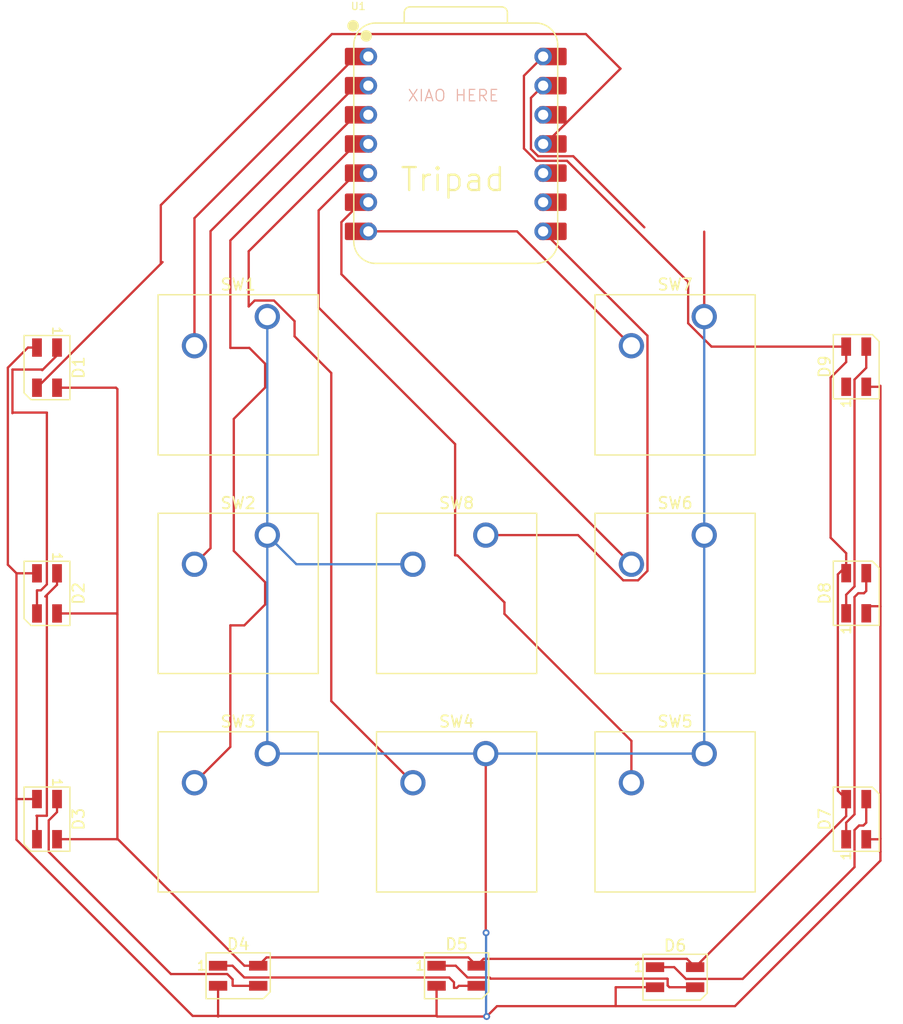
<source format=kicad_pcb>
(kicad_pcb (version 20241229) (generator "pcbnew") (generator_version "9.0")
  (layers (0 "F.Cu" signal) (2 "B.Cu" signal) (13 "F.Paste" user) (15 "B.Paste" user) (5 "F.SilkS" user "F.Silkscreen") (7 "B.SilkS" user "B.Silkscreen") (1 "F.Mask" user) (3 "B.Mask" user) (25 "Edge.Cuts" user))
  (net 0 "")
  (net 1 "GND")
  (net 2 "+5V")
  (net 3 "Net-(D1-DOUT)")
  (net 4 "Net-(D1-DIN)")
  (net 5 "Net-(D2-DOUT)")
  (net 6 "Net-(D3-DOUT)")
  (net 7 "Net-(D5-DOUT)")
  (net 8 "Net-(D7-DOUT)")
  (net 9 "Net-(D8-DOUT)")
  (net 10 "Net-(U1-GPIO26{slash}ADC0{slash}A0)")
  (net 11 "Net-(U1-GPIO27{slash}ADC1{slash}A1)")
  (net 12 "Net-(U1-GPIO28{slash}ADC2{slash}A2)")
  (net 13 "Net-(U1-GPIO29{slash}ADC3{slash}A3)")
  (net 14 "Net-(U1-GPIO6{slash}SDA)")
  (net 15 "Net-(U1-GPIO7{slash}SCL)")
  (net 16 "Net-(U1-GPIO0{slash}TX)")
  (net 17 "Net-(U1-GPIO1{slash}RX)")
  (net 21 "Net-(D4-DOUT)")
  (net 22 "Net-(D6-DOUT)")
  (footprint "Button_Switch_Keyboard:SW_Cherry_MX_1.00u_PCB" (layer "F.Cu") (at 81.12125 152.0825)
    (property "Reference" "SW3" (at -2.54 -2.794 0) (layer "F.SilkS"))
    (property "Value" "SW_Push")
    (fp_line (start -9.525 -1.905) (end 4.445 -1.905) (stroke (width 0.12)) (layer "F.SilkS"))
    (fp_line (start -9.525 12.065) (end -9.525 -1.905) (stroke (width 0.12)) (layer "F.SilkS"))
    (fp_line (start 4.445 -1.905) (end 4.445 12.065) (stroke (width 0.12)) (layer "F.SilkS"))
    (fp_line (start 4.445 12.065) (end -9.525 12.065) (stroke (width 0.12)) (layer "F.SilkS"))
    (pad "" np_thru_hole circle (at -7.62 5.08) (size 1.7 1.7) (drill 1.7) (layers "*.Cu" "*.Mask"))
    (pad "" np_thru_hole circle (at -2.54 5.08) (size 4 4) (drill 4) (layers "*.Cu" "*.Mask"))
    (pad "" np_thru_hole circle (at 2.54 5.08) (size 1.7 1.7) (drill 1.7) (layers "*.Cu" "*.Mask"))
    (pad "1" thru_hole circle (at 0 0) (size 2.2 2.2) (drill 1.5) (layers "*.Cu" "*.Mask") (net 1 "GND"))
    (pad "2" thru_hole circle (at -6.35 2.54) (size 2.2 2.2) (drill 1.5) (layers "*.Cu" "*.Mask") (net 12 "Net-(U1-GPIO28{slash}ADC2{slash}A2)"))
  )
  (footprint "Button_Switch_Keyboard:SW_Cherry_MX_1.00u_PCB" (layer "F.Cu") (at 100.17125 152.0825)
    (property "Reference" "SW4" (at -2.54 -2.794 0) (layer "F.SilkS"))
    (property "Value" "SW_Push")
    (fp_line (start -9.525 -1.905) (end 4.445 -1.905) (stroke (width 0.12)) (layer "F.SilkS"))
    (fp_line (start -9.525 12.065) (end -9.525 -1.905) (stroke (width 0.12)) (layer "F.SilkS"))
    (fp_line (start 4.445 -1.905) (end 4.445 12.065) (stroke (width 0.12)) (layer "F.SilkS"))
    (fp_line (start 4.445 12.065) (end -9.525 12.065) (stroke (width 0.12)) (layer "F.SilkS"))
    (pad "" np_thru_hole circle (at -7.62 5.08) (size 1.7 1.7) (drill 1.7) (layers "*.Cu" "*.Mask"))
    (pad "" np_thru_hole circle (at -2.54 5.08) (size 4 4) (drill 4) (layers "*.Cu" "*.Mask"))
    (pad "" np_thru_hole circle (at 2.54 5.08) (size 1.7 1.7) (drill 1.7) (layers "*.Cu" "*.Mask"))
    (pad "1" thru_hole circle (at 0 0) (size 2.2 2.2) (drill 1.5) (layers "*.Cu" "*.Mask") (net 1 "GND"))
    (pad "2" thru_hole circle (at -6.35 2.54) (size 2.2 2.2) (drill 1.5) (layers "*.Cu" "*.Mask") (net 13 "Net-(U1-GPIO29{slash}ADC3{slash}A3)"))
  )
  (footprint "LED_SMD:LED_SK6812MINI_PLCC4_3.5x3.5mm_P1.75mm" (layer "F.Cu") (at 97.63125 171.45)
    (property "Reference" "D5" (at 0 -2.75 0) (layer "F.SilkS"))
    (property "Value" "SK6812MINI")
    (fp_line (start -2.8 -2) (end -2.8 2) (stroke (width 0.12)) (layer "F.SilkS"))
    (fp_line (start -2.8 -2) (end 2.8 -2) (stroke (width 0.12)) (layer "F.SilkS"))
    (fp_line (start -2.8 2) (end 2.2 2) (stroke (width 0.12)) (layer "F.SilkS"))
    (fp_line (start 2.8 1.4) (end 2.2 2) (stroke (width 0.12)) (layer "F.SilkS"))
    (fp_line (start 2.8 1.4) (end 2.8 -2) (stroke (width 0.12)) (layer "F.SilkS"))
    (fp_text user "1" (at -3.2 -0.875 0) (layer "F.SilkS") (effects (font (size 0.8 0.8))))
    (pad "1" smd rect (at -1.75 -0.875) (size 1.6 0.85) (layers "F.Cu" "F.Mask" "F.Paste") (net 7 "Net-(D5-DOUT)"))
    (pad "2" smd rect (at -1.75 0.875) (size 1.6 0.85) (layers "F.Cu" "F.Mask" "F.Paste") (net 1 "GND"))
    (pad "3" smd rect (at 1.75 0.875) (size 1.6 0.85) (layers "F.Cu" "F.Mask" "F.Paste") (net 21 "Net-(D4-DOUT)"))
    (pad "4" smd rect (at 1.75 -0.875) (size 1.6 0.85) (layers "F.Cu" "F.Mask" "F.Paste") (net 2 "+5V"))
  )
  (footprint "LED_SMD:LED_SK6812MINI_PLCC4_3.5x3.5mm_P1.75mm" (layer "F.Cu") (at 132.475 138.1 90)
    (property "Reference" "D8" (at 0 -2.75 90) (layer "F.SilkS"))
    (property "Value" "SK6812MINI")
    (fp_line (start -2.8 -2) (end 2.8 -2) (stroke (width 0.12)) (layer "F.SilkS"))
    (fp_line (start -2.8 -2) (end -2.8 2) (stroke (width 0.12)) (layer "F.SilkS"))
    (fp_line (start 2.8 1.4) (end 2.8 -2) (stroke (width 0.12)) (layer "F.SilkS"))
    (fp_line (start 2.8 1.4) (end 2.2 2) (stroke (width 0.12)) (layer "F.SilkS"))
    (fp_line (start -2.8 2) (end 2.2 2) (stroke (width 0.12)) (layer "F.SilkS"))
    (fp_text user "1" (at -3.2 -0.875 90) (layer "F.SilkS") (effects (font (size 0.8 0.8))))
    (pad "1" smd rect (at -1.75 -0.875 90) (size 1.6 0.85) (layers "F.Cu" "F.Mask" "F.Paste") (net 9 "Net-(D8-DOUT)"))
    (pad "2" smd rect (at -1.75 0.875 90) (size 1.6 0.85) (layers "F.Cu" "F.Mask" "F.Paste") (net 1 "GND"))
    (pad "3" smd rect (at 1.75 0.875 90) (size 1.6 0.85) (layers "F.Cu" "F.Mask" "F.Paste") (net 8 "Net-(D7-DOUT)"))
    (pad "4" smd rect (at 1.75 -0.875 90) (size 1.6 0.85) (layers "F.Cu" "F.Mask" "F.Paste") (net 2 "+5V"))
  )
  (footprint "LED_SMD:LED_SK6812MINI_PLCC4_3.5x3.5mm_P1.75mm" (layer "F.Cu") (at 61.9125 157.79375 -90)
    (property "Reference" "D3" (at 0 -2.75 90) (layer "F.SilkS"))
    (property "Value" "SK6812MINI")
    (fp_line (start -2.8 2) (end 2.2 2) (stroke (width 0.12)) (layer "F.SilkS"))
    (fp_line (start 2.8 1.4) (end 2.2 2) (stroke (width 0.12)) (layer "F.SilkS"))
    (fp_line (start 2.8 1.4) (end 2.8 -2) (stroke (width 0.12)) (layer "F.SilkS"))
    (fp_line (start -2.8 -2) (end -2.8 2) (stroke (width 0.12)) (layer "F.SilkS"))
    (fp_line (start -2.8 -2) (end 2.8 -2) (stroke (width 0.12)) (layer "F.SilkS"))
    (fp_text user "1" (at -3.2 -0.875 270) (layer "F.SilkS") (effects (font (size 0.8 0.8))))
    (pad "1" smd rect (at -1.75 -0.875 270) (size 1.6 0.85) (layers "F.Cu" "F.Mask" "F.Paste") (net 6 "Net-(D3-DOUT)"))
    (pad "2" smd rect (at -1.75 0.875 270) (size 1.6 0.85) (layers "F.Cu" "F.Mask" "F.Paste") (net 1 "GND"))
    (pad "3" smd rect (at 1.75 0.875 270) (size 1.6 0.85) (layers "F.Cu" "F.Mask" "F.Paste") (net 5 "Net-(D2-DOUT)"))
    (pad "4" smd rect (at 1.75 -0.875 270) (size 1.6 0.85) (layers "F.Cu" "F.Mask" "F.Paste") (net 2 "+5V"))
  )
  (footprint "LED_SMD:LED_SK6812MINI_PLCC4_3.5x3.5mm_P1.75mm" (layer "F.Cu") (at 132.475 157.8 90)
    (property "Reference" "D7" (at 0 -2.75 90) (layer "F.SilkS"))
    (property "Value" "SK6812MINI")
    (fp_line (start -2.8 -2) (end 2.8 -2) (stroke (width 0.12)) (layer "F.SilkS"))
    (fp_line (start -2.8 -2) (end -2.8 2) (stroke (width 0.12)) (layer "F.SilkS"))
    (fp_line (start 2.8 1.4) (end 2.8 -2) (stroke (width 0.12)) (layer "F.SilkS"))
    (fp_line (start 2.8 1.4) (end 2.2 2) (stroke (width 0.12)) (layer "F.SilkS"))
    (fp_line (start -2.8 2) (end 2.2 2) (stroke (width 0.12)) (layer "F.SilkS"))
    (fp_text user "1" (at -3.2 -0.875 90) (layer "F.SilkS") (effects (font (size 0.8 0.8))))
    (pad "1" smd rect (at -1.75 -0.875 90) (size 1.6 0.85) (layers "F.Cu" "F.Mask" "F.Paste") (net 8 "Net-(D7-DOUT)"))
    (pad "2" smd rect (at -1.75 0.875 90) (size 1.6 0.85) (layers "F.Cu" "F.Mask" "F.Paste") (net 1 "GND"))
    (pad "3" smd rect (at 1.75 0.875 90) (size 1.6 0.85) (layers "F.Cu" "F.Mask" "F.Paste") (net 22 "Net-(D6-DOUT)"))
    (pad "4" smd rect (at 1.75 -0.875 90) (size 1.6 0.85) (layers "F.Cu" "F.Mask" "F.Paste") (net 2 "+5V"))
  )
  (footprint "LED_SMD:LED_SK6812MINI_PLCC4_3.5x3.5mm_P1.75mm" (layer "F.Cu") (at 78.58125 171.45)
    (property "Reference" "D4" (at 0 -2.75 0) (layer "F.SilkS"))
    (property "Value" "SK6812MINI")
    (fp_line (start -2.8 -2) (end -2.8 2) (stroke (width 0.12)) (layer "F.SilkS"))
    (fp_line (start -2.8 -2) (end 2.8 -2) (stroke (width 0.12)) (layer "F.SilkS"))
    (fp_line (start -2.8 2) (end 2.2 2) (stroke (width 0.12)) (layer "F.SilkS"))
    (fp_line (start 2.8 1.4) (end 2.2 2) (stroke (width 0.12)) (layer "F.SilkS"))
    (fp_line (start 2.8 1.4) (end 2.8 -2) (stroke (width 0.12)) (layer "F.SilkS"))
    (fp_text user "1" (at -3.2 -0.875 0) (layer "F.SilkS") (effects (font (size 0.8 0.8))))
    (pad "1" smd rect (at -1.75 -0.875) (size 1.6 0.85) (layers "F.Cu" "F.Mask" "F.Paste") (net 21 "Net-(D4-DOUT)"))
    (pad "2" smd rect (at -1.75 0.875) (size 1.6 0.85) (layers "F.Cu" "F.Mask" "F.Paste") (net 1 "GND"))
    (pad "3" smd rect (at 1.75 0.875) (size 1.6 0.85) (layers "F.Cu" "F.Mask" "F.Paste") (net 6 "Net-(D3-DOUT)"))
    (pad "4" smd rect (at 1.75 -0.875) (size 1.6 0.85) (layers "F.Cu" "F.Mask" "F.Paste") (net 2 "+5V"))
  )
  (footprint "LED_SMD:LED_SK6812MINI_PLCC4_3.5x3.5mm_P1.75mm" (layer "F.Cu") (at 61.9125 138.1125 -90)
    (property "Reference" "D2" (at 0 -2.75 90) (layer "F.SilkS"))
    (property "Value" "SK6812MINI")
    (fp_line (start -2.8 2) (end 2.2 2) (stroke (width 0.12)) (layer "F.SilkS"))
    (fp_line (start 2.8 1.4) (end 2.2 2) (stroke (width 0.12)) (layer "F.SilkS"))
    (fp_line (start 2.8 1.4) (end 2.8 -2) (stroke (width 0.12)) (layer "F.SilkS"))
    (fp_line (start -2.8 -2) (end -2.8 2) (stroke (width 0.12)) (layer "F.SilkS"))
    (fp_line (start -2.8 -2) (end 2.8 -2) (stroke (width 0.12)) (layer "F.SilkS"))
    (fp_text user "1" (at -3.2 -0.875 270) (layer "F.SilkS") (effects (font (size 0.8 0.8))))
    (pad "1" smd rect (at -1.75 -0.875 270) (size 1.6 0.85) (layers "F.Cu" "F.Mask" "F.Paste") (net 5 "Net-(D2-DOUT)"))
    (pad "2" smd rect (at -1.75 0.875 270) (size 1.6 0.85) (layers "F.Cu" "F.Mask" "F.Paste") (net 1 "GND"))
    (pad "3" smd rect (at 1.75 0.875 270) (size 1.6 0.85) (layers "F.Cu" "F.Mask" "F.Paste") (net 3 "Net-(D1-DOUT)"))
    (pad "4" smd rect (at 1.75 -0.875 270) (size 1.6 0.85) (layers "F.Cu" "F.Mask" "F.Paste") (net 2 "+5V"))
  )
  (footprint "Button_Switch_Keyboard:SW_Cherry_MX_1.00u_PCB" (layer "F.Cu") (at 119.22125 133.0325)
    (property "Reference" "SW6" (at -2.54 -2.794 0) (layer "F.SilkS"))
    (property "Value" "SW_Push")
    (fp_line (start -9.525 -1.905) (end 4.445 -1.905) (stroke (width 0.12)) (layer "F.SilkS"))
    (fp_line (start -9.525 12.065) (end -9.525 -1.905) (stroke (width 0.12)) (layer "F.SilkS"))
    (fp_line (start 4.445 -1.905) (end 4.445 12.065) (stroke (width 0.12)) (layer "F.SilkS"))
    (fp_line (start 4.445 12.065) (end -9.525 12.065) (stroke (width 0.12)) (layer "F.SilkS"))
    (pad "" np_thru_hole circle (at -7.62 5.08) (size 1.7 1.7) (drill 1.7) (layers "*.Cu" "*.Mask"))
    (pad "" np_thru_hole circle (at -2.54 5.08) (size 4 4) (drill 4) (layers "*.Cu" "*.Mask"))
    (pad "" np_thru_hole circle (at 2.54 5.08) (size 1.7 1.7) (drill 1.7) (layers "*.Cu" "*.Mask"))
    (pad "1" thru_hole circle (at 0 0) (size 2.2 2.2) (drill 1.5) (layers "*.Cu" "*.Mask") (net 1 "GND"))
    (pad "2" thru_hole circle (at -6.35 2.54) (size 2.2 2.2) (drill 1.5) (layers "*.Cu" "*.Mask") (net 15 "Net-(U1-GPIO7{slash}SCL)"))
  )
  (footprint "Button_Switch_Keyboard:SW_Cherry_MX_1.00u_PCB" (layer "F.Cu") (at 100.17125 133.0325)
    (property "Reference" "SW8" (at -2.54 -2.794 0) (layer "F.SilkS"))
    (property "Value" "SW_Push")
    (fp_line (start -9.525 -1.905) (end 4.445 -1.905) (stroke (width 0.12)) (layer "F.SilkS"))
    (fp_line (start -9.525 12.065) (end -9.525 -1.905) (stroke (width 0.12)) (layer "F.SilkS"))
    (fp_line (start 4.445 -1.905) (end 4.445 12.065) (stroke (width 0.12)) (layer "F.SilkS"))
    (fp_line (start 4.445 12.065) (end -9.525 12.065) (stroke (width 0.12)) (layer "F.SilkS"))
    (pad "" np_thru_hole circle (at -7.62 5.08) (size 1.7 1.7) (drill 1.7) (layers "*.Cu" "*.Mask"))
    (pad "" np_thru_hole circle (at -2.54 5.08) (size 4 4) (drill 4) (layers "*.Cu" "*.Mask"))
    (pad "" np_thru_hole circle (at 2.54 5.08) (size 1.7 1.7) (drill 1.7) (layers "*.Cu" "*.Mask"))
    (pad "1" thru_hole circle (at 0 0) (size 2.2 2.2) (drill 1.5) (layers "*.Cu" "*.Mask") (net 17 "Net-(U1-GPIO1{slash}RX)"))
    (pad "2" thru_hole circle (at -6.35 2.54) (size 2.2 2.2) (drill 1.5) (layers "*.Cu" "*.Mask") (net 1 "GND"))
  )
  (footprint "Button_Switch_Keyboard:SW_Cherry_MX_1.00u_PCB" (layer "F.Cu") (at 81.12125 113.9825)
    (property "Reference" "SW1" (at -2.54 -2.794 0) (layer "F.SilkS"))
    (property "Value" "SW_Push")
    (fp_line (start -9.525 -1.905) (end 4.445 -1.905) (stroke (width 0.12)) (layer "F.SilkS"))
    (fp_line (start -9.525 12.065) (end -9.525 -1.905) (stroke (width 0.12)) (layer "F.SilkS"))
    (fp_line (start 4.445 -1.905) (end 4.445 12.065) (stroke (width 0.12)) (layer "F.SilkS"))
    (fp_line (start 4.445 12.065) (end -9.525 12.065) (stroke (width 0.12)) (layer "F.SilkS"))
    (pad "" np_thru_hole circle (at -7.62 5.08) (size 1.7 1.7) (drill 1.7) (layers "*.Cu" "*.Mask"))
    (pad "" np_thru_hole circle (at -2.54 5.08) (size 4 4) (drill 4) (layers "*.Cu" "*.Mask"))
    (pad "" np_thru_hole circle (at 2.54 5.08) (size 1.7 1.7) (drill 1.7) (layers "*.Cu" "*.Mask"))
    (pad "1" thru_hole circle (at 0 0) (size 2.2 2.2) (drill 1.5) (layers "*.Cu" "*.Mask") (net 1 "GND"))
    (pad "2" thru_hole circle (at -6.35 2.54) (size 2.2 2.2) (drill 1.5) (layers "*.Cu" "*.Mask") (net 10 "Net-(U1-GPIO26{slash}ADC0{slash}A0)"))
  )
  (footprint "opl:XIAO-RP2040-DIP" (layer "F.Cu") (at 97.555 98.93)
    (property "Reference" "U1" (at -8.5 -12 0) (layer "F.SilkS") (effects (font (size 0.635 0.635) (thickness 0.1016))))
    (property "Value" "XIAO-RP2040-DIP")
    (fp_line (start -8.89 8.509) (end -8.89 -8.636) (stroke (width 0.127)) (layer "F.SilkS"))
    (fp_line (start -6.985 10.414) (end 6.985 10.414) (stroke (width 0.127)) (layer "F.SilkS"))
    (fp_line (start -4.495 -10.541) (end -4.491272 -11.451272) (stroke (width 0.127)) (layer "F.SilkS"))
    (fp_line (start -3.991272 -11.951) (end 4.004 -11.951) (stroke (width 0.127)) (layer "F.SilkS"))
    (fp_line (start 4.504 -11.451) (end 4.504 -10.541) (stroke (width 0.127)) (layer "F.SilkS"))
    (fp_line (start 6.985 -10.541) (end -6.985 -10.541) (stroke (width 0.1)) (layer "F.SilkS"))
    (fp_line (start 6.985 -10.541) (end -6.985 -10.541) (stroke (width 0.127)) (layer "F.SilkS"))
    (fp_line (start 8.89 8.509) (end 8.89 -8.636) (stroke (width 0.127)) (layer "F.SilkS"))
    (fp_arc (start -8.89 -8.636) (mid -8.332038 -9.983038) (end -6.985 -10.541) (stroke (width 0.127)) (layer "F.SilkS"))
    (fp_arc (start -6.985 10.414) (mid -8.332038 9.856038) (end -8.89 8.509) (stroke (width 0.127)) (layer "F.SilkS"))
    (fp_arc (start -4.491272 -11.451272) (mid -4.344728 -11.80464) (end -3.991272 -11.951) (stroke (width 0.127)) (layer "F.SilkS"))
    (fp_arc (start 4.004 -11.951) (mid 4.357553 -11.804553) (end 4.504 -11.451) (stroke (width 0.127)) (layer "F.SilkS"))
    (fp_arc (start 6.985 -10.541) (mid 8.332038 -9.983038) (end 8.89 -8.636) (stroke (width 0.127)) (layer "F.SilkS"))
    (fp_arc (start 8.89 8.509) (mid 8.332038 9.856038) (end 6.985 10.414) (stroke (width 0.127)) (layer "F.SilkS"))
    (fp_circle (center -8.95 -10.3) (end -8.95 -10.554) (stroke (width 0.5)) (fill yes) (layer "F.SilkS"))
    (fp_circle (center -7.807 -9.42) (end -7.807 -9.674) (stroke (width 0.5)) (fill yes) (layer "F.SilkS"))
    (pad "1" smd roundrect (at -8.455 -7.62 180) (size 2.432 1.524) (layers "F.Cu" "F.Mask") (roundrect_rratio 0.1) (net 10 "Net-(U1-GPIO26{slash}ADC0{slash}A0)"))
    (pad "1" thru_hole circle (at -7.62 -7.62 180) (size 1.524 1.524) (drill 0.889) (layers "*.Cu" "*.Mask") (net 10 "Net-(U1-GPIO26{slash}ADC0{slash}A0)"))
    (pad "2" smd roundrect (at -8.455 -5.08 180) (size 2.432 1.524) (layers "F.Cu" "F.Mask") (roundrect_rratio 0.1) (net 11 "Net-(U1-GPIO27{slash}ADC1{slash}A1)"))
    (pad "2" thru_hole circle (at -7.62 -5.08 180) (size 1.524 1.524) (drill 0.889) (layers "*.Cu" "*.Mask") (net 11 "Net-(U1-GPIO27{slash}ADC1{slash}A1)"))
    (pad "3" smd roundrect (at -8.455 -2.54 180) (size 2.432 1.524) (layers "F.Cu" "F.Mask") (roundrect_rratio 0.1) (net 12 "Net-(U1-GPIO28{slash}ADC2{slash}A2)"))
    (pad "3" thru_hole circle (at -7.62 -2.54 180) (size 1.524 1.524) (drill 0.889) (layers "*.Cu" "*.Mask") (net 12 "Net-(U1-GPIO28{slash}ADC2{slash}A2)"))
    (pad "4" smd roundrect (at -8.455 0 180) (size 2.432 1.524) (layers "F.Cu" "F.Mask") (roundrect_rratio 0.1) (net 13 "Net-(U1-GPIO29{slash}ADC3{slash}A3)"))
    (pad "4" thru_hole circle (at -7.62 0 180) (size 1.524 1.524) (drill 0.889) (layers "*.Cu" "*.Mask") (net 13 "Net-(U1-GPIO29{slash}ADC3{slash}A3)"))
    (pad "5" smd roundrect (at -8.455 2.54 180) (size 2.432 1.524) (layers "F.Cu" "F.Mask") (roundrect_rratio 0.1) (net 14 "Net-(U1-GPIO6{slash}SDA)"))
    (pad "5" thru_hole circle (at -7.62 2.54 180) (size 1.524 1.524) (drill 0.889) (layers "*.Cu" "*.Mask") (net 14 "Net-(U1-GPIO6{slash}SDA)"))
    (pad "6" smd roundrect (at -8.455 5.08 180) (size 2.432 1.524) (layers "F.Cu" "F.Mask") (roundrect_rratio 0.1) (net 15 "Net-(U1-GPIO7{slash}SCL)"))
    (pad "6" thru_hole circle (at -7.62 5.08 180) (size 1.524 1.524) (drill 0.889) (layers "*.Cu" "*.Mask") (net 15 "Net-(U1-GPIO7{slash}SCL)"))
    (pad "7" smd roundrect (at -8.455 7.62 180) (size 2.432 1.524) (layers "F.Cu" "F.Mask") (roundrect_rratio 0.1) (net 16 "Net-(U1-GPIO0{slash}TX)"))
    (pad "7" thru_hole circle (at -7.62 7.62 180) (size 1.524 1.524) (drill 0.889) (layers "*.Cu" "*.Mask") (net 16 "Net-(U1-GPIO0{slash}TX)"))
    (pad "8" thru_hole circle (at 7.62 7.62) (size 1.524 1.524) (drill 0.889) (layers "*.Cu" "*.Mask") (net 17 "Net-(U1-GPIO1{slash}RX)"))
    (pad "8" smd roundrect (at 8.455 7.62) (size 2.432 1.524) (layers "F.Cu" "F.Mask") (roundrect_rratio 0.1) (net 17 "Net-(U1-GPIO1{slash}RX)"))
    (pad "9" thru_hole circle (at 7.62 5.08) (size 1.524 1.524) (drill 0.889) (layers "*.Cu" "*.Mask"))
    (pad "9" smd roundrect (at 8.455 5.08) (size 2.432 1.524) (layers "F.Cu" "F.Mask") (roundrect_rratio 0.1))
    (pad "10" thru_hole circle (at 7.62 2.54) (size 1.524 1.524) (drill 0.889) (layers "*.Cu" "*.Mask"))
    (pad "10" smd roundrect (at 8.455 2.54) (size 2.432 1.524) (layers "F.Cu" "F.Mask") (roundrect_rratio 0.1))
    (pad "11" thru_hole circle (at 7.62 0) (size 1.524 1.524) (drill 0.889) (layers "*.Cu" "*.Mask") (net 4 "Net-(D1-DIN)"))
    (pad "11" smd roundrect (at 8.455 0) (size 2.432 1.524) (layers "F.Cu" "F.Mask") (roundrect_rratio 0.1) (net 4 "Net-(D1-DIN)"))
    (pad "12" thru_hole circle (at 7.62 -2.54) (size 1.524 1.524) (drill 0.889) (layers "*.Cu" "*.Mask"))
    (pad "12" smd roundrect (at 8.455 -2.54) (size 2.432 1.524) (layers "F.Cu" "F.Mask") (roundrect_rratio 0.1))
    (pad "13" thru_hole circle (at 7.62 -5.08) (size 1.524 1.524) (drill 0.889) (layers "*.Cu" "*.Mask") (net 1 "GND"))
    (pad "13" smd roundrect (at 8.455 -5.08) (size 2.432 1.524) (layers "F.Cu" "F.Mask") (roundrect_rratio 0.1) (net 1 "GND"))
    (pad "14" thru_hole circle (at 7.62 -7.62) (size 1.524 1.524) (drill 0.889) (layers "*.Cu" "*.Mask") (net 2 "+5V"))
    (pad "14" smd roundrect (at 8.455 -7.62) (size 2.432 1.524) (layers "F.Cu" "F.Mask") (roundrect_rratio 0.1) (net 2 "+5V"))
  )
  (footprint "LED_SMD:LED_SK6812MINI_PLCC4_3.5x3.5mm_P1.75mm" (layer "F.Cu") (at 132.475 118.35 90)
    (property "Reference" "D9" (at 0 -2.75 90) (layer "F.SilkS"))
    (property "Value" "SK6812MINI")
    (fp_line (start -2.8 -2) (end 2.8 -2) (stroke (width 0.12)) (layer "F.SilkS"))
    (fp_line (start -2.8 -2) (end -2.8 2) (stroke (width 0.12)) (layer "F.SilkS"))
    (fp_line (start 2.8 1.4) (end 2.8 -2) (stroke (width 0.12)) (layer "F.SilkS"))
    (fp_line (start 2.8 1.4) (end 2.2 2) (stroke (width 0.12)) (layer "F.SilkS"))
    (fp_line (start -2.8 2) (end 2.2 2) (stroke (width 0.12)) (layer "F.SilkS"))
    (fp_text user "1" (at -3.2 -0.875 90) (layer "F.SilkS") (effects (font (size 0.8 0.8))))
    (pad "1" smd rect (at -1.75 -0.875 90) (size 1.6 0.85) (layers "F.Cu" "F.Mask" "F.Paste"))
    (pad "2" smd rect (at -1.75 0.875 90) (size 1.6 0.85) (layers "F.Cu" "F.Mask" "F.Paste") (net 1 "GND"))
    (pad "3" smd rect (at 1.75 0.875 90) (size 1.6 0.85) (layers "F.Cu" "F.Mask" "F.Paste") (net 9 "Net-(D8-DOUT)"))
    (pad "4" smd rect (at 1.75 -0.875 90) (size 1.6 0.85) (layers "F.Cu" "F.Mask" "F.Paste") (net 2 "+5V"))
  )
  (footprint "Button_Switch_Keyboard:SW_Cherry_MX_1.00u_PCB" (layer "F.Cu") (at 119.22125 152.0825)
    (property "Reference" "SW5" (at -2.54 -2.794 0) (layer "F.SilkS"))
    (property "Value" "SW_Push")
    (fp_line (start -9.525 -1.905) (end 4.445 -1.905) (stroke (width 0.12)) (layer "F.SilkS"))
    (fp_line (start -9.525 12.065) (end -9.525 -1.905) (stroke (width 0.12)) (layer "F.SilkS"))
    (fp_line (start 4.445 -1.905) (end 4.445 12.065) (stroke (width 0.12)) (layer "F.SilkS"))
    (fp_line (start 4.445 12.065) (end -9.525 12.065) (stroke (width 0.12)) (layer "F.SilkS"))
    (pad "" np_thru_hole circle (at -7.62 5.08) (size 1.7 1.7) (drill 1.7) (layers "*.Cu" "*.Mask"))
    (pad "" np_thru_hole circle (at -2.54 5.08) (size 4 4) (drill 4) (layers "*.Cu" "*.Mask"))
    (pad "" np_thru_hole circle (at 2.54 5.08) (size 1.7 1.7) (drill 1.7) (layers "*.Cu" "*.Mask"))
    (pad "1" thru_hole circle (at 0 0) (size 2.2 2.2) (drill 1.5) (layers "*.Cu" "*.Mask") (net 1 "GND"))
    (pad "2" thru_hole circle (at -6.35 2.54) (size 2.2 2.2) (drill 1.5) (layers "*.Cu" "*.Mask") (net 14 "Net-(U1-GPIO6{slash}SDA)"))
  )
  (footprint "LED_SMD:LED_SK6812MINI_PLCC4_3.5x3.5mm_P1.75mm" (layer "F.Cu") (at 61.9125 118.43125 -90)
    (property "Reference" "D1" (at 0 -2.75 90) (layer "F.SilkS"))
    (property "Value" "SK6812MINI")
    (fp_line (start -2.8 2) (end 2.2 2) (stroke (width 0.12)) (layer "F.SilkS"))
    (fp_line (start 2.8 1.4) (end 2.2 2) (stroke (width 0.12)) (layer "F.SilkS"))
    (fp_line (start 2.8 1.4) (end 2.8 -2) (stroke (width 0.12)) (layer "F.SilkS"))
    (fp_line (start -2.8 -2) (end -2.8 2) (stroke (width 0.12)) (layer "F.SilkS"))
    (fp_line (start -2.8 -2) (end 2.8 -2) (stroke (width 0.12)) (layer "F.SilkS"))
    (fp_text user "1" (at -3.2 -0.875 270) (layer "F.SilkS") (effects (font (size 0.8 0.8))))
    (pad "1" smd rect (at -1.75 -0.875 270) (size 1.6 0.85) (layers "F.Cu" "F.Mask" "F.Paste") (net 3 "Net-(D1-DOUT)"))
    (pad "2" smd rect (at -1.75 0.875 270) (size 1.6 0.85) (layers "F.Cu" "F.Mask" "F.Paste") (net 1 "GND"))
    (pad "3" smd rect (at 1.75 0.875 270) (size 1.6 0.85) (layers "F.Cu" "F.Mask" "F.Paste") (net 4 "Net-(D1-DIN)"))
    (pad "4" smd rect (at 1.75 -0.875 270) (size 1.6 0.85) (layers "F.Cu" "F.Mask" "F.Paste") (net 2 "+5V"))
  )
  (footprint "LED_SMD:LED_SK6812MINI_PLCC4_3.5x3.5mm_P1.75mm" (layer "F.Cu") (at 116.68125 171.575)
    (property "Reference" "D6" (at 0 -2.75 0) (layer "F.SilkS"))
    (property "Value" "SK6812MINI")
    (fp_line (start -2.8 -2) (end -2.8 2) (stroke (width 0.12)) (layer "F.SilkS"))
    (fp_line (start -2.8 -2) (end 2.8 -2) (stroke (width 0.12)) (layer "F.SilkS"))
    (fp_line (start -2.8 2) (end 2.2 2) (stroke (width 0.12)) (layer "F.SilkS"))
    (fp_line (start 2.8 1.4) (end 2.2 2) (stroke (width 0.12)) (layer "F.SilkS"))
    (fp_line (start 2.8 1.4) (end 2.8 -2) (stroke (width 0.12)) (layer "F.SilkS"))
    (fp_text user "1" (at -3.2 -0.875 0) (layer "F.SilkS") (effects (font (size 0.8 0.8))))
    (pad "1" smd rect (at -1.75 -0.875) (size 1.6 0.85) (layers "F.Cu" "F.Mask" "F.Paste") (net 22 "Net-(D6-DOUT)"))
    (pad "2" smd rect (at -1.75 0.875) (size 1.6 0.85) (layers "F.Cu" "F.Mask" "F.Paste") (net 1 "GND"))
    (pad "3" smd rect (at 1.75 0.875) (size 1.6 0.85) (layers "F.Cu" "F.Mask" "F.Paste") (net 7 "Net-(D5-DOUT)"))
    (pad "4" smd rect (at 1.75 -0.875) (size 1.6 0.85) (layers "F.Cu" "F.Mask" "F.Paste") (net 2 "+5V"))
  )
  (footprint "Button_Switch_Keyboard:SW_Cherry_MX_1.00u_PCB" (layer "F.Cu") (at 81.12125 133.0325)
    (property "Reference" "SW2" (at -2.54 -2.794 0) (layer "F.SilkS"))
    (property "Value" "SW_Push")
    (fp_line (start -9.525 -1.905) (end 4.445 -1.905) (stroke (width 0.12)) (layer "F.SilkS"))
    (fp_line (start -9.525 12.065) (end -9.525 -1.905) (stroke (width 0.12)) (layer "F.SilkS"))
    (fp_line (start 4.445 -1.905) (end 4.445 12.065) (stroke (width 0.12)) (layer "F.SilkS"))
    (fp_line (start 4.445 12.065) (end -9.525 12.065) (stroke (width 0.12)) (layer "F.SilkS"))
    (pad "" np_thru_hole circle (at -7.62 5.08) (size 1.7 1.7) (drill 1.7) (layers "*.Cu" "*.Mask"))
    (pad "" np_thru_hole circle (at -2.54 5.08) (size 4 4) (drill 4) (layers "*.Cu" "*.Mask"))
    (pad "" np_thru_hole circle (at 2.54 5.08) (size 1.7 1.7) (drill 1.7) (layers "*.Cu" "*.Mask"))
    (pad "1" thru_hole circle (at 0 0) (size 2.2 2.2) (drill 1.5) (layers "*.Cu" "*.Mask") (net 1 "GND"))
    (pad "2" thru_hole circle (at -6.35 2.54) (size 2.2 2.2) (drill 1.5) (layers "*.Cu" "*.Mask") (net 11 "Net-(U1-GPIO27{slash}ADC1{slash}A1)"))
  )
  (footprint "Button_Switch_Keyboard:SW_Cherry_MX_1.00u_PCB" (layer "F.Cu") (at 119.22125 113.9825)
    (property "Reference" "SW7" (at -2.54 -2.794 0) (layer "F.SilkS"))
    (property "Value" "SW_Push")
    (fp_line (start -9.525 -1.905) (end 4.445 -1.905) (stroke (width 0.12)) (layer "F.SilkS"))
    (fp_line (start -9.525 12.065) (end -9.525 -1.905) (stroke (width 0.12)) (layer "F.SilkS"))
    (fp_line (start 4.445 -1.905) (end 4.445 12.065) (stroke (width 0.12)) (layer "F.SilkS"))
    (fp_line (start 4.445 12.065) (end -9.525 12.065) (stroke (width 0.12)) (layer "F.SilkS"))
    (pad "" np_thru_hole circle (at -7.62 5.08) (size 1.7 1.7) (drill 1.7) (layers "*.Cu" "*.Mask"))
    (pad "" np_thru_hole circle (at -2.54 5.08) (size 4 4) (drill 4) (layers "*.Cu" "*.Mask"))
    (pad "" np_thru_hole circle (at 2.54 5.08) (size 1.7 1.7) (drill 1.7) (layers "*.Cu" "*.Mask"))
    (pad "1" thru_hole circle (at 0 0) (size 2.2 2.2) (drill 1.5) (layers "*.Cu" "*.Mask") (net 1 "GND"))
    (pad "2" thru_hole circle (at -6.35 2.54) (size 2.2 2.2) (drill 1.5) (layers "*.Cu" "*.Mask") (net 16 "Net-(U1-GPIO0{slash}TX)"))
  )
  (gr_text "Tripad" (at 92.6 103.2 0) (layer "F.SilkS") (effects (font (size 2 2) (thickness 0.2)) (justify left bottom)))
  (gr_text "XIAO HERE" (at 93.3 95.3 0) (layer "B.SilkS") (effects (font (size 1 1) (thickness 0.1)) (justify left bottom)))
  (segment (start 58.499 118.4339) (end 60.25165 116.68125) (width 0.2) (layer "F.Cu") (net 1))
  (segment (start 134.5375 159.55) (end 134.5875 159.5) (width 0.2) (layer "F.Cu") (net 1))
  (segment (start 61.0375 156.04375) (end 59.29375 156.04375) (width 0.2) (layer "F.Cu") (net 1))
  (segment (start 74.61675 174.95) (end 59.25 159.58325) (width 0.2) (layer "F.Cu") (net 1))
  (segment (start 111.5 172.45) (end 111.5 174.1) (width 0.2) (layer "F.Cu") (net 1))
  (segment (start 111.5 174.1) (end 121.9 174.1) (width 0.2) (layer "F.Cu") (net 1))
  (segment (start 134.56875 139.23125) (end 134.5875 139.25) (width 0.2) (layer "F.Cu") (net 1))
  (segment (start 105.175 93.85) (end 104.112 94.913) (width 0.2) (layer "F.Cu") (net 1))
  (segment (start 134.5875 159.5) (end 134.5875 160.625) (width 0.2) (layer "F.Cu") (net 1))
  (segment (start 104.112 94.913) (end 104.112 99.37031) (width 0.2) (layer "F.Cu") (net 1))
  (segment (start 104.74169 100) (end 107.8 100) (width 0.2) (layer "F.Cu") (net 1))
  (segment (start 119.22125 106.57875) (end 119.22125 113.9825) (width 0.2) (layer "F.Cu") (net 1))
  (segment (start 134.5875 160.625) (end 134.55 160.6625) (width 0.2) (layer "F.Cu") (net 1))
  (segment (start 100.25 175) (end 95.93125 175) (width 0.2) (layer "F.Cu") (net 1))
  (segment (start 100.17125 167.67125) (end 100.2 167.7) (width 0.2) (layer "F.Cu") (net 1))
  (segment (start 95.93125 175) (end 95.88125 174.95) (width 0.2) (layer "F.Cu") (net 1))
  (segment (start 59.25 136.3625) (end 59.25 156) (width 0.2) (layer "F.Cu") (net 1))
  (segment (start 59.25 156) (end 59.25 159.58325) (width 0.2) (layer "F.Cu") (net 1))
  (segment (start 134.5 120.1) (end 133.35 120.1) (width 0.2) (layer "F.Cu") (net 1))
  (segment (start 134.5875 161.4125) (end 134.5875 160.625) (width 0.2) (layer "F.Cu") (net 1))
  (segment (start 95.88125 172.325) (end 95.88125 174.95) (width 0.2) (layer "F.Cu") (net 1))
  (segment (start 121.9 174.1) (end 134.5875 161.4125) (width 0.2) (layer "F.Cu") (net 1))
  (segment (start 111.5 174.1) (end 101.15 174.1) (width 0.2) (layer "F.Cu") (net 1))
  (segment (start 133.35 139.23125) (end 134.56875 139.23125) (width 0.2) (layer "F.Cu") (net 1))
  (segment (start 76.83125 172.325) (end 76.83125 175) (width 0.2) (layer "F.Cu") (net 1))
  (segment (start 58.499 135.6115) (end 58.499 118.4339) (width 0.2) (layer "F.Cu") (net 1))
  (segment (start 95.88125 174.95) (end 76.88125 174.95) (width 0.2) (layer "F.Cu") (net 1))
  (segment (start 60.25165 116.68125) (end 61.0375 116.68125) (width 0.2) (layer "F.Cu") (net 1))
  (segment (start 59.25 136.3625) (end 58.499 135.6115) (width 0.2) (layer "F.Cu") (net 1))
  (segment (start 76.88125 174.95) (end 74.61675 174.95) (width 0.2) (layer "F.Cu") (net 1))
  (segment (start 104.112 99.37031) (end 104.74169 100) (width 0.2) (layer "F.Cu") (net 1))
  (segment (start 61.0375 136.3625) (end 59.25 136.3625) (width 0.2) (layer "F.Cu") (net 1))
  (segment (start 101.15 174.1) (end 100.25 175) (width 0.2) (layer "F.Cu") (net 1))
  (segment (start 100.17125 152.0825) (end 100.17125 167.67125) (width 0.2) (layer "F.Cu") (net 1))
  (segment (start 134.5875 139.25) (end 134.5875 159.5) (width 0.2) (layer "F.Cu") (net 1))
  (segment (start 133.35 159.55) (end 134.5375 159.55) (width 0.2) (layer "F.Cu") (net 1))
  (segment (start 134.5875 139.25) (end 134.5875 120.0125) (width 0.2) (layer "F.Cu") (net 1))
  (segment (start 76.88125 174.95) (end 76.83125 175) (width 0.2) (layer "F.Cu") (net 1))
  (segment (start 133.3 159.5615) (end 133.35 159.5115) (width 0.2) (layer "F.Cu") (net 1))
  (segment (start 115 172.45) (end 111.5 172.45) (width 0.2) (layer "F.Cu") (net 1))
  (segment (start 59.29375 156.04375) (end 59.25 156) (width 0.2) (layer "F.Cu") (net 1))
  (segment (start 107.8 100) (end 114 106.2) (width 0.2) (layer "F.Cu") (net 1))
  (via (at 100.25 175) (size 0.6) (drill 0.3) (layers "F.Cu" "B.Cu") (net 1))
  (via (at 100.2 167.7) (size 0.6) (drill 0.3) (layers "F.Cu" "B.Cu") (net 1))
  (segment (start 83.66125 135.5725) (end 81.12125 133.0325) (width 0.2) (layer "B.Cu") (net 1))
  (segment (start 100.2 167.7) (end 100.2 174.95) (width 0.2) (layer "B.Cu") (net 1))
  (segment (start 81.12125 113.9825) (end 81.12125 133.0325) (width 0.2) (layer "B.Cu") (net 1))
  (segment (start 81.12125 152.0825) (end 100.17125 152.0825) (width 0.2) (layer "B.Cu") (net 1))
  (segment (start 100.17125 152.0825) (end 119.22125 152.0825) (width 0.2) (layer "B.Cu") (net 1))
  (segment (start 119.22125 152.0825) (end 119.22125 133.0325) (width 0.2) (layer "B.Cu") (net 1))
  (segment (start 119.22125 133.0325) (end 119.22125 113.9825) (width 0.2) (layer "B.Cu") (net 1))
  (segment (start 93.82125 135.5725) (end 83.66125 135.5725) (width 0.2) (layer "B.Cu") (net 1))
  (segment (start 81.12125 133.0325) (end 81.12125 152.0825) (width 0.2) (layer "B.Cu") (net 1))
  (segment (start 100.2 174.95) (end 100.25 175) (width 0.2) (layer "B.Cu") (net 1))
  (segment (start 103.5 99.32541) (end 104.57559 100.401) (width 0.2) (layer "F.Cu") (net 2))
  (segment (start 68.05 120.3) (end 67.93125 120.18125) (width 0.2) (layer "F.Cu") (net 2))
  (segment (start 130.24275 133.25525) (end 131.6 134.6125) (width 0.2) (layer "F.Cu") (net 2))
  (segment (start 103.5 92.985) (end 103.5 99.32541) (width 0.2) (layer "F.Cu") (net 2))
  (segment (start 81.05725 169.849) (end 98.65525 169.849) (width 0.2) (layer "F.Cu") (net 2))
  (segment (start 99.38125 170.575) (end 99.98225 169.974) (width 0.2) (layer "F.Cu") (net 2))
  (segment (start 117.70525 169.974) (end 118.43125 170.7) (width 0.2) (layer "F.Cu") (net 2))
  (segment (start 131.6 157.53125) (end 118.43125 170.7) (width 0.2) (layer "F.Cu") (net 2))
  (segment (start 68.05 139.95) (end 68.05 120.3) (width 0.2) (layer "F.Cu") (net 2))
  (segment (start 131.6 156.05) (end 130.874 155.324) (width 0.2) (layer "F.Cu") (net 2))
  (segment (start 130.24275 133.25525) (end 130.24275 119.301) (width 0.2) (layer "F.Cu") (net 2))
  (segment (start 130.24275 119.301) (end 131.6 117.94375) (width 0.2) (layer "F.Cu") (net 2))
  (segment (start 131.6 156.05) (end 131.6 157.53125) (width 0.2) (layer "F.Cu") (net 2))
  (segment (start 105.175 91.31) (end 103.5 92.985) (width 0.2) (layer "F.Cu") (net 2))
  (segment (start 80.33125 170.575) (end 81.05725 169.849) (width 0.2) (layer "F.Cu") (net 2))
  (segment (start 130.874 136.45725) (end 131.6 135.73125) (width 0.2) (layer "F.Cu") (net 2))
  (segment (start 67.99375 159.54375) (end 62.7875 159.54375) (width 0.2) (layer "F.Cu") (net 2))
  (segment (start 68.05 159.5) (end 68 159.55) (width 0.2) (layer "F.Cu") (net 2))
  (segment (start 79.125 170.575) (end 80.33125 170.575) (width 0.2) (layer "F.Cu") (net 2))
  (segment (start 131.6 117.94375) (end 131.6 116.6) (width 0.2) (layer "F.Cu") (net 2))
  (segment (start 119.857436 116.6) (end 131.6 116.6) (width 0.2) (layer "F.Cu") (net 2))
  (segment (start 67.9625 139.8625) (end 68.05 139.95) (width 0.2) (layer "F.Cu") (net 2))
  (segment (start 68.05 159.5) (end 79.125 170.575) (width 0.2) (layer "F.Cu") (net 2))
  (segment (start 99.98225 169.974) (end 117.70525 169.974) (width 0.2) (layer "F.Cu") (net 2))
  (segment (start 67.93125 120.18125) (end 62.7875 120.18125) (width 0.2) (layer "F.Cu") (net 2))
  (segment (start 131.6 134.6125) (end 131.6 135.73125) (width 0.2) (layer "F.Cu") (net 2))
  (segment (start 68 159.55) (end 67.99375 159.54375) (width 0.2) (layer "F.Cu") (net 2))
  (segment (start 62.7875 139.8625) (end 67.9625 139.8625) (width 0.2) (layer "F.Cu") (net 2))
  (segment (start 98.65525 169.849) (end 99.38125 170.575) (width 0.2) (layer "F.Cu") (net 2))
  (segment (start 68.05 139.95) (end 68.05 159.5) (width 0.2) (layer "F.Cu") (net 2))
  (segment (start 117.82025 114.562814) (end 119.857436 116.6) (width 0.2) (layer "F.Cu") (net 2))
  (segment (start 104.57559 100.401) (end 107.259626 100.401) (width 0.2) (layer "F.Cu") (net 2))
  (segment (start 107.259626 100.401) (end 117.82025 110.961624) (width 0.2) (layer "F.Cu") (net 2))
  (segment (start 130.874 155.324) (end 130.874 136.45725) (width 0.2) (layer "F.Cu") (net 2))
  (segment (start 117.82025 110.961624) (end 117.82025 114.562814) (width 0.2) (layer "F.Cu") (net 2))
  (segment (start 58.9 122.4) (end 58.9 118.6) (width 0.2) (layer "F.Cu") (net 3))
  (segment (start 61.377 137.85) (end 61.9 137.327) (width 0.2) (layer "F.Cu") (net 3))
  (segment (start 61.45 118.6) (end 61.5 118.65) (width 0.2) (layer "F.Cu") (net 3))
  (segment (start 61.0375 137.8625) (end 61.05 137.85) (width 0.2) (layer "F.Cu") (net 3))
  (segment (start 61.9 122.35) (end 58.95 122.35) (width 0.2) (layer "F.Cu") (net 3))
  (segment (start 61.5 118.65) (end 62.7875 117.3625) (width 0.2) (layer "F.Cu") (net 3))
  (segment (start 62.7875 117.3625) (end 62.7875 116.68125) (width 0.2) (layer "F.Cu") (net 3))
  (segment (start 61.05 137.85) (end 61.377 137.85) (width 0.2) (layer "F.Cu") (net 3))
  (segment (start 61.0375 139.8625) (end 61.0375 137.8625) (width 0.2) (layer "F.Cu") (net 3))
  (segment (start 61.9 137.327) (end 61.9 122.35) (width 0.2) (layer "F.Cu") (net 3))
  (segment (start 58.95 122.35) (end 58.9 122.4) (width 0.2) (layer "F.Cu") (net 3))
  (segment (start 58.9 118.6) (end 61.45 118.6) (width 0.2) (layer "F.Cu") (net 3))
  (segment (start 71.834375 104.265625) (end 71.834375 109.384375) (width 0.2) (layer "F.Cu") (net 4))
  (segment (start 61.0375 120.18125) (end 71.834375 109.384375) (width 0.2) (layer "F.Cu") (net 4))
  (segment (start 71.834375 109.384375) (end 71.989 109.22975) (width 0.2) (layer "F.Cu") (net 4))
  (segment (start 86.75 89.35) (end 71.834375 104.265625) (width 0.2) (layer "F.Cu") (net 4))
  (segment (start 108.902 89.35) (end 86.75 89.35) (width 0.2) (layer "F.Cu") (net 4))
  (segment (start 111.91875 92.36675) (end 105.646 98.6395) (width 0.2) (layer "F.Cu") (net 4))
  (segment (start 111.91875 92.36675) (end 108.902 89.35) (width 0.2) (layer "F.Cu") (net 4))
  (segment (start 61.0375 159.54375) (end 61.0375 157.5375) (width 0.2) (layer "F.Cu") (net 5))
  (segment (start 62.7875 137.3625) (end 61.9 138.25) (width 0.2) (layer "F.Cu") (net 5))
  (segment (start 62.7875 136.3625) (end 62.7875 137.3625) (width 0.2) (layer "F.Cu") (net 5))
  (segment (start 61.9 138.25) (end 61.7635 138.3865) (width 0.2) (layer "F.Cu") (net 5))
  (segment (start 61.9 157.5) (end 61.9 138.25) (width 0.2) (layer "F.Cu") (net 5))
  (segment (start 61.0375 157.5375) (end 61 157.5) (width 0.2) (layer "F.Cu") (net 5))
  (segment (start 61 157.5) (end 61.9 157.5) (width 0.2) (layer "F.Cu") (net 5))
  (segment (start 78.1 172.3) (end 78.1 171.76675) (width 0.2) (layer "F.Cu") (net 6))
  (segment (start 78.125 172.325) (end 78.1 172.3) (width 0.2) (layer "F.Cu") (net 6))
  (segment (start 80.33125 172.325) (end 78.125 172.325) (width 0.2) (layer "F.Cu") (net 6))
  (segment (start 62.0615 160.64475) (end 62.0615 157.9056) (width 0.2) (layer "F.Cu") (net 6))
  (segment (start 62.7875 157.1796) (end 62.7875 156.04375) (width 0.2) (layer "F.Cu") (net 6))
  (segment (start 62.0615 157.9056) (end 62.7875 157.1796) (width 0.2) (layer "F.Cu") (net 6))
  (segment (start 78.1 171.76675) (end 77.63425 171.301) (width 0.2) (layer "F.Cu") (net 6))
  (segment (start 72.71775 171.301) (end 62.0615 160.64475) (width 0.2) (layer "F.Cu") (net 6))
  (segment (start 77.63425 171.301) (end 72.71775 171.301) (width 0.2) (layer "F.Cu") (net 6))
  (segment (start 100.6 171.7) (end 100.499 171.599) (width 0.2) (layer "F.Cu") (net 7))
  (segment (start 100.499 171.599) (end 98.57825 171.599) (width 0.2) (layer "F.Cu") (net 7))
  (segment (start 116.03225 172.3) (end 116.03225 171.724) (width 0.2) (layer "F.Cu") (net 7))
  (segment (start 116.03225 171.724) (end 116.00825 171.7) (width 0.2) (layer "F.Cu") (net 7))
  (segment (start 95.88125 170.575) (end 97.55425 170.575) (width 0.2) (layer "F.Cu") (net 7))
  (segment (start 97.55425 170.575) (end 98.57825 171.599) (width 0.2) (layer "F.Cu") (net 7))
  (segment (start 116.18225 172.45) (end 116.03225 172.3) (width 0.2) (layer "F.Cu") (net 7))
  (segment (start 118.43125 172.45) (end 116.18225 172.45) (width 0.2) (layer "F.Cu") (net 7))
  (segment (start 116.00825 171.7) (end 100.6 171.7) (width 0.2) (layer "F.Cu") (net 7))
  (segment (start 133.15 138.1) (end 132.65425 138.1) (width 0.2) (layer "F.Cu") (net 8))
  (segment (start 132.326 138.42825) (end 132.326 157.374) (width 0.2) (layer "F.Cu") (net 8))
  (segment (start 132.326 157.374) (end 131.6 158.1) (width 0.2) (layer "F.Cu") (net 8))
  (segment (start 133.35 135.73125) (end 133.35 137.9) (width 0.2) (layer "F.Cu") (net 8))
  (segment (start 132.65425 138.1) (end 132.326 138.42825) (width 0.2) (layer "F.Cu") (net 8))
  (segment (start 131.6 158.1) (end 131.6 159.55) (width 0.2) (layer "F.Cu") (net 8))
  (segment (start 133.35 137.9) (end 133.15 138.1) (width 0.2) (layer "F.Cu") (net 8))
  (segment (start 132.326 119.473) (end 132.326 137.50525) (width 0.2) (layer "F.Cu") (net 9))
  (segment (start 132.326 137.50525) (end 131.6 138.23125) (width 0.2) (layer "F.Cu") (net 9))
  (segment (start 133.35 118.449) (end 132.326 119.473) (width 0.2) (layer "F.Cu") (net 9))
  (segment (start 133.35 116.6) (end 133.35 118.449) (width 0.2) (layer "F.Cu") (net 9))
  (segment (start 131.6 138.23125) (end 131.6 139.23125) (width 0.2) (layer "F.Cu") (net 9))
  (segment (start 74.77125 105.39612) (end 74.77125 116.5225) (width 0.2) (layer "F.Cu") (net 10))
  (segment (start 88.85737 91.31) (end 74.77125 105.39612) (width 0.2) (layer "F.Cu") (net 10))
  (segment (start 89.935 91.31) (end 88.85737 91.31) (width 0.2) (layer "F.Cu") (net 10))
  (segment (start 89.935 93.85) (end 88.85737 93.85) (width 0.2) (layer "F.Cu") (net 11))
  (segment (start 76.17225 134.1715) (end 74.77125 135.5725) (width 0.2) (layer "F.Cu") (net 11))
  (segment (start 76.17225 106.53512) (end 76.17225 134.1715) (width 0.2) (layer "F.Cu") (net 11))
  (segment (start 88.85737 93.85) (end 76.17225 106.53512) (width 0.2) (layer "F.Cu") (net 11))
  (segment (start 79.118566 140.9) (end 77.9 140.9) (width 0.2) (layer "F.Cu") (net 12))
  (segment (start 77.9 116.7115) (end 79.555066 116.7115) (width 0.2) (layer "F.Cu") (net 12))
  (segment (start 78.2 122.9) (end 78.2 134.406434) (width 0.2) (layer "F.Cu") (net 12))
  (segment (start 77.9 151.49375) (end 74.77125 154.6225) (width 0.2) (layer "F.Cu") (net 12))
  (segment (start 80.93225 118.088684) (end 80.93225 120.16775) (width 0.2) (layer "F.Cu") (net 12))
  (segment (start 79.555066 116.7115) (end 80.93225 118.088684) (width 0.2) (layer "F.Cu") (net 12))
  (segment (start 78.2 134.406434) (end 80.93225 137.138684) (width 0.2) (layer "F.Cu") (net 12))
  (segment (start 88.85737 96.39) (end 77.9 107.34737) (width 0.2) (layer "F.Cu") (net 12))
  (segment (start 77.9 107.34737) (end 77.9 116.7115) (width 0.2) (layer "F.Cu") (net 12))
  (segment (start 80.93225 120.16775) (end 78.2 122.9) (width 0.2) (layer "F.Cu") (net 12))
  (segment (start 80.93225 139.086316) (end 79.118566 140.9) (width 0.2) (layer "F.Cu") (net 12))
  (segment (start 89.935 96.39) (end 88.85737 96.39) (width 0.2) (layer "F.Cu") (net 12))
  (segment (start 77.9 140.9) (end 77.9 151.49375) (width 0.2) (layer "F.Cu") (net 12))
  (segment (start 80.93225 137.138684) (end 80.93225 139.086316) (width 0.2) (layer "F.Cu") (net 12))
  (segment (start 83.5 114.379936) (end 83.5 115.7) (width 0.2) (layer "F.Cu") (net 13))
  (segment (start 86.7 147.50125) (end 93.82125 154.6225) (width 0.2) (layer "F.Cu") (net 13))
  (segment (start 80.0185 112.5815) (end 81.701564 112.5815) (width 0.2) (layer "F.Cu") (net 13))
  (segment (start 89.935 98.93) (end 88.85737 98.93) (width 0.2) (layer "F.Cu") (net 13))
  (segment (start 86.7 118.9) (end 86.7 147.50125) (width 0.2) (layer "F.Cu") (net 13))
  (segment (start 79.5 113.1) (end 80.0185 112.5815) (width 0.2) (layer "F.Cu") (net 13))
  (segment (start 79.5 108.28737) (end 79.5 113.1) (width 0.2) (layer "F.Cu") (net 13))
  (segment (start 81.701564 112.5815) (end 83.5 114.379936) (width 0.2) (layer "F.Cu") (net 13))
  (segment (start 83.5 115.7) (end 86.7 118.9) (width 0.2) (layer "F.Cu") (net 13))
  (segment (start 88.85737 98.93) (end 79.5 108.28737) (width 0.2) (layer "F.Cu") (net 13))
  (segment (start 85.6 113.2) (end 97.5 125.1) (width 0.2) (layer "F.Cu") (net 14))
  (segment (start 101.8 139.9) (end 112.87125 150.97125) (width 0.2) (layer "F.Cu") (net 14))
  (segment (start 85.6 104.72737) (end 85.6 113.2) (width 0.2) (layer "F.Cu") (net 14))
  (segment (start 97.7 134.8) (end 101.8 138.9) (width 0.2) (layer "F.Cu") (net 14))
  (segment (start 101.8 138.9) (end 101.8 139.9) (width 0.2) (layer "F.Cu") (net 14))
  (segment (start 97.5 125.1) (end 97.5 134.8) (width 0.2) (layer "F.Cu") (net 14))
  (segment (start 89.935 101.47) (end 88.85737 101.47) (width 0.2) (layer "F.Cu") (net 14))
  (segment (start 88.85737 101.47) (end 85.6 104.72737) (width 0.2) (layer "F.Cu") (net 14))
  (segment (start 112.87125 150.97125) (end 112.87125 154.6225) (width 0.2) (layer "F.Cu") (net 14))
  (segment (start 97.5 134.8) (end 97.7 134.8) (width 0.2) (layer "F.Cu") (net 14))
  (segment (start 87.583 110.28425) (end 112.87125 135.5725) (width 0.2) (layer "F.Cu") (net 15))
  (segment (start 89.935 104.01) (end 89.321374 104.01) (width 0.2) (layer "F.Cu") (net 15))
  (segment (start 87.583 105.748374) (end 87.583 110.28425) (width 0.2) (layer "F.Cu") (net 15))
  (segment (start 89.321374 104.01) (end 87.583 105.748374) (width 0.2) (layer "F.Cu") (net 15))
  (segment (start 89.935 106.55) (end 102.89875 106.55) (width 0.2) (layer "F.Cu") (net 16))
  (segment (start 102.89875 106.55) (end 112.87125 116.5225) (width 0.2) (layer "F.Cu") (net 16))
  (segment (start 112.16072 136.9735) (end 108.21972 133.0325) (width 0.2) (layer "F.Cu") (net 17))
  (segment (start 114.27225 136.152814) (end 113.451564 136.9735) (width 0.2) (layer "F.Cu") (net 17))
  (segment (start 105.175 106.55) (end 114.27225 115.64725) (width 0.2) (layer "F.Cu") (net 17))
  (segment (start 108.21972 133.0325) (end 100.17125 133.0325) (width 0.2) (layer "F.Cu") (net 17))
  (segment (start 114.27225 115.64725) (end 114.27225 136.152814) (width 0.2) (layer "F.Cu") (net 17))
  (segment (start 113.451564 136.9735) (end 112.16072 136.9735) (width 0.2) (layer "F.Cu") (net 17))
  (segment (start 76.83125 170.575) (end 78.09115 170.575) (width 0.2) (layer "F.Cu") (net 21))
  (segment (start 97.65 172.5) (end 97.825 172.325) (width 0.2) (layer "F.Cu") (net 21))
  (segment (start 78.09115 170.575) (end 79.11515 171.599) (width 0.2) (layer "F.Cu") (net 21))
  (segment (start 96.98225 171.599) (end 97.4 172.01675) (width 0.2) (layer "F.Cu") (net 21))
  (segment (start 79.11515 171.599) (end 96.98225 171.599) (width 0.2) (layer "F.Cu") (net 21))
  (segment (start 97.4 172.01675) (end 97.4 172.5) (width 0.2) (layer "F.Cu") (net 21))
  (segment (start 97.825 172.325) (end 99.38125 172.325) (width 0.2) (layer "F.Cu") (net 21))
  (segment (start 97.4 172.5) (end 97.65 172.5) (width 0.2) (layer "F.Cu") (net 21))
  (segment (start 114.93125 170.7) (end 116.60425 170.7) (width 0.2) (layer "F.Cu") (net 22))
  (segment (start 132.723 158.35) (end 132.326 158.747) (width 0.2) (layer "F.Cu") (net 22))
  (segment (start 133.1 158.35) (end 132.723 158.35) (width 0.2) (layer "F.Cu") (net 22))
  (segment (start 132.326 158.747) (end 132.326 161.974) (width 0.2) (layer "F.Cu") (net 22))
  (segment (start 133.35 158.1) (end 133.1 158.35) (width 0.2) (layer "F.Cu") (net 22))
  (segment (start 132.326 161.974) (end 122.576 171.724) (width 0.2) (layer "F.Cu") (net 22))
  (segment (start 116.60425 170.7) (end 117.62825 171.724) (width 0.2) (layer "F.Cu") (net 22))
  (segment (start 133.35 156.05) (end 133.35 158.1) (width 0.2) (layer "F.Cu") (net 22))
  (segment (start 117.62825 171.724) (end 122.576 171.724) (width 0.2) (layer "F.Cu") (net 22))
)
</source>
